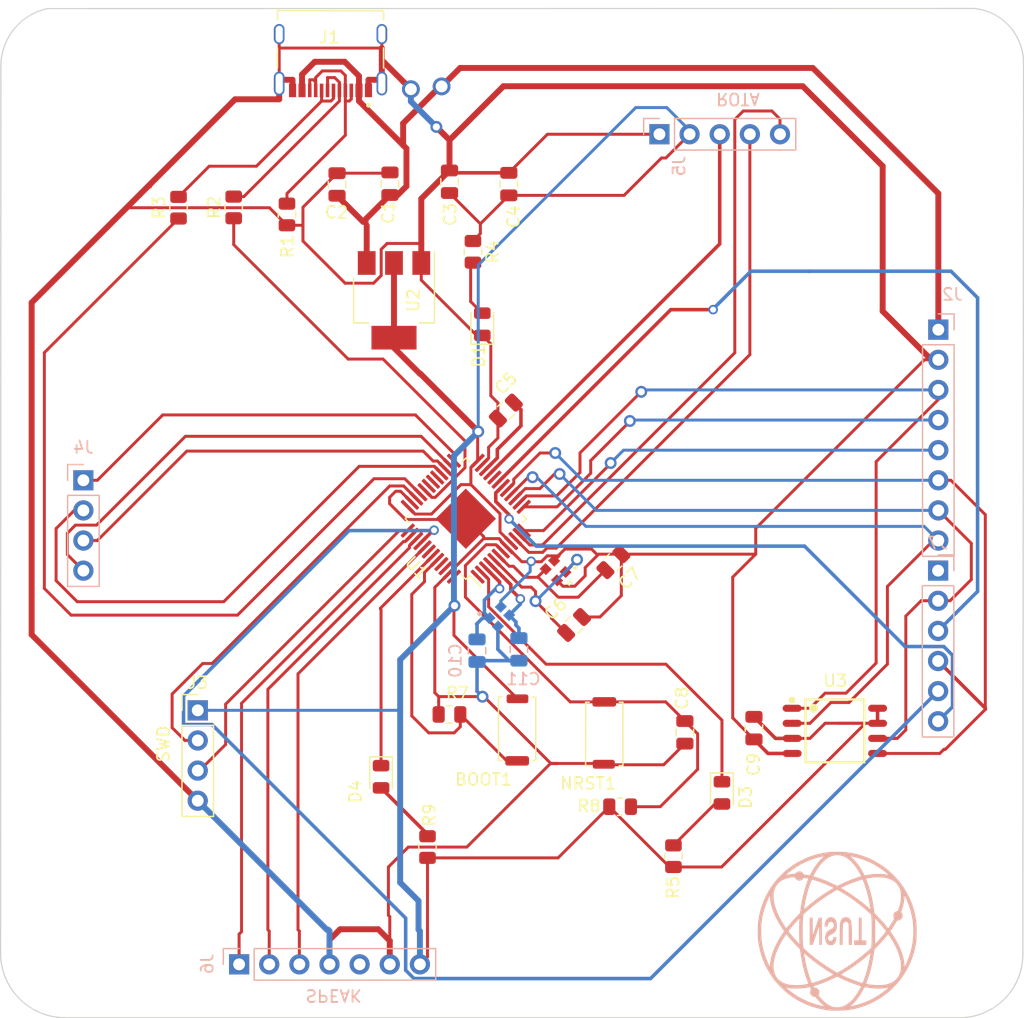
<source format=kicad_pcb>
(kicad_pcb (version 20221018) (generator pcbnew)
  (layers (0 "F.Cu" signal) (31 "B.Cu" signal) (34 "B.Paste" user) (35 "F.Paste" user) (36 "B.SilkS" user "B.Silkscreen") (37 "F.SilkS" user "F.Silkscreen") (38 "B.Mask" user) (39 "F.Mask" user) (44 "Edge.Cuts" user))
  (net 0 "")
  (net 1 "GND")
  (net 2 "+5V")
  (net 3 "/USB_DP")
  (net 4 "/USB_DN")
  (net 5 "/CC")
  (net 6 "/VBAT")
  (net 7 "Net-(U1-VCAP1)")
  (net 8 "Net-(U1-PH0)")
  (net 9 "Net-(U1-PH1)")
  (net 10 "/NRST")
  (net 11 "Net-(D1-A)")
  (net 12 "Net-(D3-A)")
  (net 13 "/BOOT0")
  (net 14 "/PA11")
  (net 15 "/PA12")
  (net 16 "/PC13")
  (net 17 "/PC14")
  (net 18 "/PC15")
  (net 19 "/PA0")
  (net 20 "/PA1")
  (net 21 "/PA2")
  (net 22 "/PA3")
  (net 23 "/PA4")
  (net 24 "/PA5")
  (net 25 "/PA6")
  (net 26 "+3.3V")
  (net 27 "/PA7")
  (net 28 "/PB0")
  (net 29 "/PB1")
  (net 30 "/PB2")
  (net 31 "/PB10")
  (net 32 "/PB12")
  (net 33 "/PB13")
  (net 34 "/PB14")
  (net 35 "/PB15")
  (net 36 "/PA8")
  (net 37 "/PA9")
  (net 38 "/PA10")
  (net 39 "/PA15")
  (net 40 "/PB3")
  (net 41 "/PB4")
  (net 42 "/PB5")
  (net 43 "/PB6")
  (net 44 "/PB7")
  (net 45 "/PB8")
  (net 46 "/PB9")
  (net 47 "/SWDIO")
  (net 48 "/SWCLK")
  (net 49 "Net-(D4-A)")
  (footprint "Package_TO_SOT_SMD:SOT-223-3_TabPin2" (layer "F.Cu") (at 135.4202 84.8238 -90)
    (fp_text reference "U2")
    (fp_text value "AMS1117-3.3" hide)
  )
  (footprint "Resistor_SMD:R_0805_2012Metric" (layer "F.Cu") (at 121.91 76.9909 90)
    (fp_text reference "R2")
    (fp_text value "1K")
  )
  (footprint "Connector_PinHeader_2.54mm:PinHeader_1x04_P2.54mm_Vertical" (layer "F.Cu") (at 118.88 119.4)
    (fp_text reference "J3")
    (fp_text value "Conn_01x04_Pin" hide)
  )
  (footprint "Resistor_SMD:R_0805_2012Metric" (layer "F.Cu") (at 142.075 80.7344 -90)
    (fp_text reference "R4")
    (fp_text value "1K")
  )
  (footprint "LED_SMD:LED_0805_2012Metric" (layer "F.Cu") (at 163.0628 126.3592 -90)
    (fp_text reference "D3")
    (fp_text value "LED")
  )
  (footprint "Capacitor_SMD:C_0805_2012Metric" (layer "F.Cu") (at 159.9386 121.2538 -90)
    (fp_text reference "C8")
    (fp_text value "1uF")
  )
  (footprint "W25Q32JVSSIQ:SOIC127P790X216-8N" (layer "F.Cu") (at 172.58 121.13)
    (fp_text reference "U3")
    (fp_text value "W25Q32JVSSIQ")
  )
  (footprint "MountingHole:MountingHole_2.2mm_M2" (layer "F.Cu") (at 183.08 139.98)
    (fp_text reference "H3" hide)
    (fp_text value "MountingHole" hide)
  )
  (footprint "Capacitor_SMD:C_0805_2012Metric" (layer "F.Cu") (at 165.76 120.9 -90)
    (fp_text reference "C9")
    (fp_text value "0.1uF")
  )
  (footprint "Capacitor_SMD:C_0805_2012Metric" (layer "F.Cu") (at 135.08 74.99 90)
    (fp_text reference "C1")
    (fp_text value "0.1uF")
  )
  (footprint "Button_Switch_SMD:SW_Push_SPST_NO_Alps_0306" (layer "F.Cu") (at 153.1441 120.7873 -90)
    (fp_text reference "NRST1")
    (fp_text value "SW_DIP_x01" hide)
  )
  (footprint "MountingHole:MountingHole_2.2mm_M2" (layer "F.Cu") (at 107.78 139.87)
    (fp_text reference "H4" hide)
    (fp_text value "MountingHole" hide)
  )
  (footprint "Capacitor_SMD:C_0805_2012Metric" (layer "F.Cu") (at 153.91 106.9 45)
    (fp_text reference "C7")
    (fp_text value "10pF")
  )
  (footprint "Resistor_SMD:R_0805_2012Metric" (layer "F.Cu") (at 126.4002 77.5838 -90)
    (fp_text reference "R1")
    (fp_text value "5.1K")
  )
  (footprint "Resistor_SMD:R_0805_2012Metric" (layer "F.Cu") (at 158.9734 131.6988 90)
    (fp_text reference "R5")
    (fp_text value "1K")
  )
  (footprint "XRCGB24M000F2P01R0 crystal:OSC_XRCGB24M000F2P01R0" (layer "F.Cu") (at 149.04 107.61 -135)
    (fp_text reference "Y1")
    (fp_text value "24MHz 10pF")
  )
  (footprint "Button_Switch_SMD:SW_Push_SPST_NO_Alps_0306" (layer "F.Cu") (at 145.8 121.56 90)
    (fp_text reference "BOOT1")
    (fp_text value "SW_DIP_x01" hide)
  )
  (footprint "Capacitor_SMD:C_0805_2012Metric" (layer "F.Cu") (at 140.1002 74.8238 90)
    (fp_text reference "C3")
    (fp_text value "10uF")
  )
  (footprint "Capacitor_SMD:C_0805_2012Metric" (layer "F.Cu") (at 130.6202 75.0538 90)
    (fp_text reference "C2")
    (fp_text value "10uF")
  )
  (footprint "LED_SMD:LED_0805_2012Metric" (layer "F.Cu") (at 134.33 125.0025 -90)
    (fp_text reference "D4")
    (fp_text value "LED")
  )
  (footprint "Resistor_SMD:R_0805_2012Metric" (layer "F.Cu") (at 138.2435 130.9289 90)
    (fp_text reference "R9")
    (fp_text value "1K")
  )
  (footprint "LED_SMD:LED_0805_2012Metric" (layer "F.Cu") (at 142.8624 86.8452 90)
    (fp_text reference "D1")
    (fp_text value "LED")
  )
  (footprint "MountingHole:MountingHole_2.2mm_M2" (layer "F.Cu") (at 183.92 64.89)
    (fp_text reference "H2" hide)
    (fp_text value "MountingHole" hide)
  )
  (footprint "TYPE-C-31-M-12:HRO_TYPE-C-31-M-12" (layer "F.Cu") (at 130.0702 62.3738 180)
    (fp_text reference "J1")
    (fp_text value "TYPE-C-31-M-12" hide)
  )
  (footprint "Package_QFP:LQFP-48-1EP_7x7mm_P0.5mm_EP3.6x3.6mm" (layer "F.Cu") (at 141.4721 103.2412 135)
    (fp_text reference "U1")
    (fp_text value "STM32F401CCUx" hide)
  )
  (footprint "Resistor_SMD:R_0805_2012Metric" (layer "F.Cu") (at 140.0977 119.7473)
    (fp_text reference "R7")
    (fp_text value "10K")
  )
  (footprint "Capacitor_SMD:C_0805_2012Metric" (layer "F.Cu") (at 144.85 94.12 -135)
    (fp_text reference "C5")
    (fp_text value "2.2uF")
  )
  (footprint "Capacitor_SMD:C_0805_2012Metric" (layer "F.Cu") (at 150.6 112.2 45)
    (fp_text reference "C6")
    (fp_text value "10pF")
  )
  (footprint "MountingHole:MountingHole_2.2mm_M2" (layer "F.Cu") (at 107.22 65.11)
    (fp_text reference "H1" hide)
    (fp_text value "MountingHole" hide)
  )
  (footprint "Resistor_SMD:R_0805_2012Metric" (layer "F.Cu") (at 117.2602 77.0138 90)
    (fp_text reference "R3")
    (fp_text value "1K")
  )
  (footprint "Capacitor_SMD:C_0805_2012Metric" (layer "F.Cu") (at 145.1002 75.0238 90)
    (fp_text reference "C4")
    (fp_text value "0.1uF")
  )
  (footprint "Resistor_SMD:R_0805_2012Metric" (layer "F.Cu") (at 154.4776 127.5276)
    (fp_text reference "R8")
    (fp_text value "10K")
  )
  (footprint "Connector_PinHeader_2.54mm:PinHeader_1x07_P2.54mm_Vertical" (layer "B.Cu") (at 122.365 140.82 -90)
    (fp_text reference "J6")
    (fp_text value "SPEAKER")
  )
  (footprint "XRCGB24M000F2P01R0 crystal:OSC_XRCGB24M000F2P01R0" (layer "B.Cu") (at 144.3 111.5 -45)
    (fp_text reference "Y2" hide)
    (fp_text value "32MHz 10pF")
  )
  (footprint "Capacitor_SMD:C_0805_2012Metric" (layer "B.Cu") (at 142.42 114.37 -90)
    (fp_text reference "C10")
    (fp_text value "10pF")
  )
  (footprint "Connector_PinHeader_2.54mm:PinHeader_1x06_P2.54mm_Vertical" (layer "B.Cu") (at 181.28 107.62 180)
    (fp_text reference "J7")
    (fp_text value "touch")
  )
  (footprint "LOGO" (layer "B.Cu") (at 172.8 138.04)
    (fp_text reference "G***" hide)
    (fp_text value "LOGO" hide)
  )
  (footprint "Connector_PinHeader_2.54mm:PinHeader_1x08_P2.54mm_Vertical" (layer "B.Cu") (at 181.3 87.3 180)
    (fp_text reference "J2")
    (fp_text value "TFT")
  )
  (footprint "Connector_PinHeader_2.54mm:PinHeader_1x05_P2.54mm_Vertical" (layer "B.Cu") (at 157.795 70.82 -90)
    (fp_text reference "J5")
    (fp_text value "ROTARY")
  )
  (footprint "Capacitor_SMD:C_0805_2012Metric" (layer "B.Cu") (at 145.95 114.26 -90)
    (fp_text reference "C11")
    (fp_text value "10pF")
  )
  (footprint "Connector_PinSocket_2.54mm:PinSocket_1x04_P2.54mm_Vertical" (layer "B.Cu") (at 109.24 100 180)
    (fp_text reference "J4")
    (fp_text value "SD")
  )
  (gr_line (start 188.479999 64.77) (end 188.421503 139.92054) (stroke (width 0.1)) (layer "Edge.Cuts"))
  (gr_arc (start 102.29 65.35) (mid 103.311481 62.060529) (end 106.224291 60.222166) (stroke (width 0.1)) (layer "Edge.Cuts"))
  (gr_arc (start 188.421503 139.92054) (mid 186.92711 143.686067) (end 183.22 145.319999) (stroke (width 0.1)) (layer "Edge.Cuts"))
  (gr_line (start 183.22 145.319999) (end 107.66 145.32) (stroke (width 0.1)) (layer "Edge.Cuts"))
  (gr_arc (start 107.66 145.32) (mid 103.895494 143.762884) (end 102.262144 140.030822) (stroke (width 0.1)) (layer "Edge.Cuts"))
  (gr_arc (start 184.331063 60.213017) (mid 187.278877 61.696365) (end 188.479999 64.77) (stroke (width 0.1)) (layer "Edge.Cuts"))
  (gr_line (start 106.224291 60.222166) (end 184.331063 60.213017) (stroke (width 0.1)) (layer "Edge.Cuts"))
  (gr_line (start 102.262144 140.030822) (end 102.29 65.35) (stroke (width 0.1)) (layer "Edge.Cuts"))
  (gr_text "SPEAK\n" (at 127.88 142.86 180) (layer "B.SilkS") (effects (font (size 1 1)) (justify left bottom mirror)))
  (gr_text "ROTA" (at 162.48 67.26 180) (layer "B.SilkS") (effects (font (size 1 1)) (justify left bottom mirror)))
  (gr_text "SWD\n" (at 116.57 123.87 90) (layer "F.SilkS") (effects (font (size 1 1)) (justify left bottom)))
  (segment (start 146.196914 106.87) (end 146.94 106.87) (width 0.25) (layer "F.Cu") (net 1))
  (segment (start 137.7202 80.02) (end 137.7202 81.6738) (width 0.5) (layer "F.Cu") (net 1))
  (segment (start 129.985 138.755) (end 130.88 137.86) (width 0.5) (layer "F.Cu") (net 1))
  (segment (start 131.3 83.38) (end 133.6944 83.38) (width 0.25) (layer "F.Cu") (net 1))
  (segment (start 152.5 106.2282) (end 152.0718 105.8) (width 0.25) (layer "F.Cu") (net 1))
  (segment (start 142.88 118.25) (end 142.87 118.24) (width 0.25) (layer "F.Cu") (net 1))
  (segment (start 134.3952 63.5507) (end 134.3952 64.57) (width 0.5) (layer "F.Cu") (net 1))
  (segment (start 135.05 101.44) (end 135.56 100.93) (width 0.25) (layer "F.Cu") (net 1))
  (segment (start 147.02 106.87) (end 147.835456 106.87) (width 0.25) (layer "F.Cu") (net 1))
  (segment (start 140.3002 74.0738) (end 140.1002 73.8738) (width 0.3) (layer "F.Cu") (net 1))
  (segment (start 144.281604 104.9193) (end 144.376354 105.01405) (width 0.25) (layer "F.Cu") (net 1))
  (segment (start 176.61 73.51) (end 176.61 85.74) (width 0.5) (layer "F.Cu") (net 1))
  (segment (start 130.88 137.86) (end 134.095 137.86) (width 0.5) (layer "F.Cu") (net 1))
  (segment (start 134.3952 64.57) (end 136.8452 67.02) (width 0.5) (layer "F.Cu") (net 1))
  (segment (start 143.393849 98.137451) (end 142.8244 98.7069) (width 0.25) (layer "F.Cu") (net 1))
  (segment (start 134.3433 82.7311) (end 134.3433 80.5258) (width 0.25) (layer "F.Cu") (net 1))
  (segment (start 127.7468 78.4963) (end 126.4002 78.4963) (width 0.25) (layer "F.Cu") (net 1))
  (segment (start 137.7202 76.2538) (end 137.7202 80.02) (width 0.5) (layer "F.Cu") (net 1))
  (segment (start 124.9177 77.0138) (end 112.8862 77.0138) (width 0.25) (layer "F.Cu") (net 1))
  (segment (start 158.1524 123.99) (end 159.9386 122.2038) (width 0.25) (layer "F.Cu") (net 1))
  (segment (start 122.0293 67.8707) (end 125.7452 67.8707) (width 0.5) (layer "F.Cu") (net 1))
  (segment (start 169.87 66.77) (end 176.61 73.51) (width 0.5) (layer "F.Cu") (net 1))
  (segment (start 138.99 70.2) (end 140.1002 71.3102) (width 0.5) (layer "F.Cu") (net 1))
  (segment (start 134.95 136.6784) (end 134.95 132.61) (width 0.25) (layer "F.Cu") (net 1))
  (segment (start 125.7452 63.5507) (end 134.3952 63.5507) (width 0.25) (layer "F.Cu") (net 1))
  (segment (start 138.86 117.9148) (end 139.1852 118.24) (width 0.25) (layer "F.Cu") (net 1))
  (segment (start 149.22 123.88) (end 148.64 123.88) (width 0.25) (layer "F.Cu") (net 1))
  (segment (start 133.2702 67.1238) (end 133.2702 66.2269) (width 0.5) (layer "F.Cu") (net 1))
  (segment (start 147.835456 106.87) (end 148.333156 106.3723) (width 0.25) (layer "F.Cu") (net 1))
  (segment (start 154.5818 106.2282) (end 154.5818 109.7307) (width 0.25) (layer "F.Cu") (net 1))
  (segment (start 168.98 123.035) (end 166.945 123.035) (width 0.3) (layer "F.Cu") (net 1))
  (segment (start 136.6311 130.9289) (end 141.5611 130.9289) (width 0.25) (layer "F.Cu") (net 1))
  (segment (start 148.9163 106.7791) (end 149.3231 106.3723) (width 0.25) (layer "F.Cu") (net 1))
  (segment (start 130.6202 74.1038) (end 135.0162 74.1038) (width 0.25) (layer "F.Cu") (net 1))
  (segment (start 164.51 120.6) (end 165.76 121.85) (width 0.25) (layer "F.Cu") (net 1))
  (segment (start 140.1002 73.8738) (end 137.7202 76.2538) (width 0.5) (layer "F.Cu") (net 1))
  (segment (start 134.7625 138.5275) (end 135.065 138.83) (width 0.5) (layer "F.Cu") (net 1))
  (segment (start 136.3878 103.3078) (end 135.05 101.97) (width 0.25) (layer "F.Cu") (net 1))
  (segment (start 142.8624 87.7827) (end 142.3827 87.7827) (width 0.25) (layer "F.Cu") (net 1))
  (segment (start 141.8369 103.606) (end 141.5387 103.3078) (width 0.25) (layer "F.Cu") (net 1))
  (segment (start 153.0375 123.88) (end 153.1475 123.99) (width 0.25) (layer "F.Cu") (net 1))
  (segment (start 149.1637 108.4409) (end 149.66 108.9372) (width 0.25) (layer "F.Cu") (net 1))
  (segment (start 142.8624 87.7827) (end 143.58 88.5003) (width 0.25) (layer "F.Cu") (net 1))
  (segment (start 163.97 120.04) (end 164.51 120.58) (width 0.25) (layer "F.Cu") (net 1))
  (segment (start 126.8702 67.1238) (end 126.8702 66.2269) (width 0.5) (layer "F.Cu") (net 1))
  (segment (start 152.6718 106.2282) (end 154.5818 106.2282) (width 0.25) (layer "F.Cu") (net 1))
  (segment (start 142.976 104.9193) (end 138.86 109.0353) (width 0.25) (layer "F.Cu") (net 1))
  (segment (start 166.945 123.035) (end 165.76 121.85) (width 0.3) (layer "F.Cu") (net 1))
  (segment (start 157.795 70.82) (end 148.354 70.82) (width 0.25) (layer "F.Cu") (net 1))
  (segment (start 137.7202 83.1202) (end 137.7202 81.6738) (width 0.25) (layer "F.Cu") (net 1))
  (segment (start 104.88 113.02) (end 118.88 127.02) (width 0.5) (layer "F.Cu") (net 1))
  (segment (start 134.095 137.86) (end 134.7625 138.5275) (width 0.5) (layer "F.Cu") (net 1))
  (segment (start 134.8391 80.03) (end 137.7102 80.03) (width 0.25) (layer "F.Cu") (net 1))
  (segment (start 125.7452 62.3738) (end 125.7452 63.5507) (width 0.25) (layer "F.Cu") (net 1))
  (segment (start 145.0698 74.0434) (end 145.1002 74.0738) (width 0.25) (layer "F.Cu") (net 1))
  (segment (start 153.1475 123.99) (end 158.1524 123.99) (width 0.25) (layer "F.Cu") (net 1))
  (segment (start 149.82 105.8) (end 149.3231 106.2969) (width 0.25) (layer "F.Cu") (net 1))
  (segment (start 165.9088 106.2282) (end 154.5818 106.2282) (width 0.25) (layer "F.Cu") (net 1))
  (segment (start 129.985 140.82) (end 129.985 138.755) (width 0.5) (layer "F.Cu") (net 1))
  (segment (start 143.58 88.5003) (end 143.58 92.87) (width 0.25) (layer "F.Cu") (net 1))
  (segment (start 134.95 132.61) (end 136.6311 130.9289) (width 0.25) (layer "F.Cu") (net 1))
  (segment (start 144.376354 105.04944) (end 146.196914 106.87) (width 0.25) (layer "F.Cu") (net 1))
  (segment (start 154.5818 109.7307) (end 152.784251 111.528249) (width 0.25) (layer "F.Cu") (net 1))
  (segment (start 141.8369 103.606) (end 142.9313 104.7004) (width 0.25) (layer "F.Cu") (net 1))
  (segment (start 148.64 123.88) (end 143 118.24) (width 0.25) (layer "F.Cu") (net 1))
  (segment (start 142.9313 104.7004) (end 142.976 104.7451) (width 0.25) (layer "F.Cu") (net 1))
  (segment (start 152.784251 111.528249) (end 151.271751 111.528249) (width 0.25) (layer "F.Cu") (net 1))
  (segment (start 176.61 85.74) (end 180.71 89.84) (width 0.5) (layer "F.Cu") (net 1))
  (segment (start 136.2624 66.4372) (end 136.2624 66.4324) (width 0.5) (layer "F.Cu") (net 1))
  (segment (start 139.1852 118.24) (end 139.1852 118.6884) (width 0.25) (layer "F.Cu") (net 1))
  (segment (start 163.97 108.167) (end 163.97 120.04) (width 0.25) (layer "F.Cu") (net 1))
  (segment (start 143.58 92.87) (end 144.178249 93.468249) (width 0.25) (layer "F.Cu") (net 1))
  (segment (start 127.7468 76.9772) (end 127.7468 78.4963) (width 0.25) (layer "F.Cu") (net 1))
  (segment (start 136.8452 67.02) (end 136.2624 66.4372) (width 0.5) (layer "F.Cu") (net 1))
  (segment (start 140.1002 74.0434) (end 140.1002 73.8738) (width 0.25) (layer "F.Cu") (net 1))
  (segment (start 135.0162 74.1038) (end 135.08 74.04) (width 0.25) (layer "F.Cu") (net 1))
  (segment (start 133.6944 83.38) (end 134.3433 82.7311) (width 0.25) (layer "F.Cu") (net 1))
  (segment (start 138.99 70.2) (end 139.69 70.9) (width 0.5) (layer "F.Cu") (net 1))
  (segment (start 146.94 106.87) (end 146.98 106.83) (width 0.25) (layer "F.Cu") (net 1))
  (segment (start 141.4721 103.2412) (end 141.5387 103.3078) (width 0.25) (layer "F.Cu") (net 1))
  (segment (start 148.61 123.88) (end 153.0375 123.88) (width 0.25) (layer "F.Cu") (net 1))
  (segment (start 114.88255 75.01745) (end 112.785 77.115) (width 0.5) (layer "F.Cu") (net 1))
  (segment (start 142.89 118.24) (end 142.88 118.25) (width 0.25) (layer "F.Cu") (net 1))
  (segment (start 164.51 120.58) (end 164.51 120.6) (width 0.25) (layer "F.Cu") (net 1))
  (segment (start 148.354 70.82) (end 145.1002 74.0738) (width 0.25) (layer "F.Cu") (net 1))
  (segment (start 140.1002 71.3102) (end 140.1002 73.8738) (width 0.5) (layer "F.Cu") (net 1))
  (segment (start 165.9088 106.2282) (end 163.97 108.167) (width 0.25) (layer "F.Cu") (net 1))
  (segment (start 134.95 136.6784) (end 135.065 136.7934) (width 0.25) (layer "F.Cu") (net 1))
  (segment (start 150.6528 108.9372) (end 151.5369 108.0531) (width 0.25) (layer "F.Cu") (net 1))
  (segment (start 142.87 118.24) (end 139.1852 118.24) (width 0.25) (layer "F.Cu") (net 1))
  (segment (start 127.7468 79.8268) (end 131.3 83.38) (width 0.25) (layer "F.Cu") (net 1))
  (segment (start 112.785 77.115) (end 104.88 85.02) (width 0.5) (layer "F.Cu") (net 1))
  (segment (start 125.7452 66.2269) (end 126.8702 66.2269) (width 0.5) (layer "F.Cu") (net 1))
  (segment (start 125.7452 67.8707) (end 125.7452 66.5438) (width 0.5) (layer "F.Cu") (net 1))
  (segment (start 126.4002 78.4963) (end 124.9177 77.0138) (width 0.25) (layer "F.Cu") (net 1))
  (segment (start 139.1852 118.6884) (end 139.1852 119.7473) (width 0.25) (layer "F.Cu") (net 1))
  (segment (start 152.0718 105.8) (end 149.82 105.8) (width 0.25) (layer "F.Cu") (net 1))
  (segment (start 151.5369 108.0531) (end 151.5369 107.3631) (width 0.25) (layer "F.Cu") (net 1))
  (segment (start 125.7452 63.5507) (end 125.7452 66.2269) (width 0.25) (layer "F.Cu") (net 1))
  (segment (start 180.71 89.84) (end 181.3 89.84) (width 0.5) (layer "F.Cu") (net 1))
  (segment (start 142.976 104.9193) (end 144.281604 104.9193) (width 0.25) (layer "F.Cu") (net 1))
  (segment (start 149.66 108.9372) (end 150.6528 108.9372) (width 0.25) (layer "F.Cu") (net 1))
  (segment (start 180.1231 89.84) (end 165.9088 104.0543) (width 0.25) (layer "F.Cu") (net 1))
  (segment (start 127.7468 78.4963) (end 127.7468 79.8268) (width 0.25) (layer "F.Cu") (net 1))
  (segment (start 134.3952 66.2269) (end 134.3952 66.5438) (width 0.25) (layer "F.Cu") (net 1))
  (segment (start 112.8862 77.0138) (end 112.785 77.115) (width 0.25) (layer "F.Cu") (net 1))
  (segment (start 135.065 136.7934) (end 135.065 138.83) (width 0.25) (layer "F.Cu") (net 1))
  (segment (start 144.178249 93.468249) (end 144.178249 96.431751) (width 0.25) (layer "F.Cu") (net 1))
  (segment (start 144.178249 96.431751) (end 143.393849 97.216151) (width 0.25) (layer "F.Cu") (net 1))
  (segment (start 143.393849 97.216151) (end 143.393849 98.137451) (width 0.25) (layer "F.Cu") (net 1))
  (segment (start 114.88255 75.01745) (end 114.88255 75.26305) (width 0.25) (layer "F.Cu") (net 1))
  (segment (start 135.9789 100.93) (end 136.9378 101.8889) (width 0.25) (layer "F.Cu") (net 1))
  (segment (start 138.86 109.0353) (end 138.86 117.9148) (width 0.25) (layer "F.Cu") (net 1))
  (segment (start 135.56 100.93) (end 135.9789 100.93) (width 0.25) (layer "F.Cu") (net 1))
  (segment (start 134.3433 80.5258) (end 134.8391 80.03) (width 0.25) (layer "F.Cu") (net 1))
  (segment (start 135.05 101.97) (end 135.05 101.44) (width 0.25) (layer "F.Cu") (net 1))
  (segment (start 148.333156 106.3723) (end 149.3231 106.3723) (width 0.25) (layer "F.Cu") (net 1))
  (segment (start 134.3952 62.3738) (end 134.3952 63.5507) (width 0.25) (layer "F.Cu") (net 1))
  (segment (start 141.5387 103.3078) (end 136.3878 103.3078) (width 0.25) (layer "F.Cu") (net 1))
  (segment (start 165.9088 104.0543) (end 165.9088 106.2282) (width 0.25) (layer "F.Cu") (net 1))
  (segment (start 114.88255 75.01745) (end 122.0293 67.8707) (width 0.5) (layer "F.Cu") (net 1))
  (segment (start 149.3231 106.2969) (end 149.3231 106.3723) (width 0.25) (layer "F.Cu") (net 1))
  (segment (start 142.3827 87.7827) (end 137.7202 83.1202) (width 0.25) (layer "F.Cu") (net 1))
  (segment (start 151.5369 107.3631) (end 152.6718 106.2282) (width 0.25) (layer "F.Cu") (net 1))
  (segment (start 104.88 85.02) (end 104.88 113.02) (width 0.5) (layer "F.Cu") (net 1))
  (segment (start 146.98 106.83) (end 147.02 106.87) (width 0.25) (layer "F.Cu") (net 1))
  (segment (start 140.1002 71.3102) (end 144.6404 66.77) (width 0.5) (layer "F.Cu") (net 1))
  (segment (start 129.985 140.82) (end 130.31 140.495) (width 0.5) (layer "F.Cu") (net 1))
  (segment (start 142.976 104.7451) (end 142.976 104.9193) (width 0.25) (layer "F.Cu") (net 1))
  (segment (start 134.3952 66.2269) (end 133.2702 66.2269) (width 0.5) (layer "F.Cu") (net 1))
  (segment (start 181.3 89.84) (end 180.1231 89.84) (width 0.25) (layer "F.Cu") (net 1))
  (segment (start 137.7102 80.03) (end 137.7202 80.02) (width 0.25) (layer "F.Cu") (net 1))
  (segment (start 135.065 138.83) (end 135.065 140.82) (width 0.5) (layer "F.Cu") (net 1))
  (segment (start 145.1002 74.0738) (end 140.3002 74.0738) (width 0.3) (layer "F.Cu") (net 1))
  (segment (start 144.376354 105.01405) (end 144.376354 105.04944) (width 0.25) (layer "F.Cu") (net 1))
  (segment (start 144.6404 66.77) (end 169.87 66.77) (width 0.5) (layer "F.Cu") (net 1))
  (segment (start 130.6202 74.1038) (end 127.7468 76.9772) (width 0.25) (layer "F.Cu") (net 1))
  (segment (start 143 118.24) (end 142.89 118.24) (width 0.25) (layer "F.Cu") (net 1))
  (segment (start 125.7452 66.2269) (end 125.7452 66.5438) (width 0.25) (layer "F.Cu") (net 1))
  (segment (start 136.8452 67.02) (end 136.85 67.02) (width 0.3) (layer "F.Cu") (net 1))
  (segment (start 141.5611 130.9289) (end 148.61 123.88) (width 0.25) (layer "F.Cu") (net 1))
  (segment (start 134.3952 64.57) (end 134.3952 66.2269) (width 0.5) (layer "F.Cu") (net 1))
  (via (at 146.98 106.83) (size 0.8) (drill 0.5) (layers "F.Cu" "B.Cu") (net 1))
  (via (at 136.8452 67.02) (size 1.5) (drill 1) (layers "F.Cu" "B.Cu") (net 1))
  (via (at 138.99 70.2) (size 1) (drill 0.6) (layers "F.Cu" "B.Cu") (net 1))
  (via (at 142.88 118.25) (size 1) (drill 0.6) (layers "F.Cu" "B.Cu") (net 1))
  (segment (start 129.87 137.9) (end 129.985 138.015) (width 0.5) (layer "B.Cu") (net 1))
  (segment (start 144.423744 110.174176) (end 146.9 107.69792) (width 0.25) (layer "B.Cu") (net 1))
  (segment (start 144.176256 114.256256) (end 145.13 115.21) (width 0.3) (layer "B.Cu") (net 1))
  (segment (start 118.88 127.02) (end 129.76 137.9) (width 0.5) (layer "B.Cu") (net 1))
  (segment (start 142.42 117.79) (end 142.88 118.25) (width 0.3) (layer "B.Cu") (net 1))
  (segment (start 145.95 115.21) (end 142.53 115.21) (width 0.3) (layer "B.Cu") (net 1))
  (segment (start 144.176256 112.33085) (end 144.176256 114.256256) (width 0.3) (layer "B.Cu") (net 1))
  (segment (start 142.42 115.32) (end 142.42 117.79) (width 0.3) (layer "B.Cu") (net 1))
  (segment (start 129.985 138.015) (end 129.985 140.82) (width 0.5) (layer "B.Cu") (net 1))
  (segment (start 129.76 137.9) (end 129.87 137.9) (width 0.5) (layer "B.Cu") (net 1))
  (segment (start 136.8452 68.0552) (end 136.8452 67.02) (width 0.5) (layer "B.Cu") (net 1))
  (segment (start 146.9 107.69792) (end 146.9 106.64) (width 0.25) (layer "B.Cu") (net 1))
  (segment (start 144.423744 110.66915) (end 144.423744 110.174176) (width 0.25) (layer "B.Cu") (net 1))
  (segment (start 142.53 115.21) (end 142.42 115.32) (width 0.3) (layer "B.Cu") (net 1))
  (segment (start 138.99 70.2) (end 136.8452 68.0552) (width 0.5) (layer "B.Cu") (net 1))
  (segment (start 145.13 115.21) (end 145.95 115.21) (width 0.3) (layer "B.Cu") (net 1))
  (segment (start 135.08 75.94) (end 133.125 77.895) (width 0.5) (layer "F.Cu") (net 2))
  (segment (start 133.1202 78.5038) (end 133.125 78.499) (width 0.3) (layer "F.Cu") (net 2))
  (segment (start 132.4702 66.6753) (end 132.4702 67.1238) (width 0.25) (layer "F.Cu") (net 2))
  (segment (start 170.72 65.23) (end 181.3 75.81) (width 0.5) (layer "F.Cu") (net 2))
  (segment (start 128.74 64.71) (end 131.27 64.71) (width 0.5) (layer "F.Cu") (net 2))
  (segment (start 135.73 75.94) (end 135.08 75.94) (width 0.5) (layer "F.Cu") (net 2))
  (segment (start 140.99 65.23) (end 170.72 65.23) (width 0.5) (layer "F.Cu") (net 2))
  (segment (start 133.1202 78.5038) (end 133.1202 81.6738) (width 0.5) (layer "F.Cu") (net 2))
  (segment (start 132.4702 67.1238) (end 132.4702 68.0207) (width 0.5) (layer "F.Cu") (net 2))
  (segment (start 139.435 66.785) (end 140.99 65.23) (width 0.5) (layer "F.Cu") (net 2))
  (segment (start 139.305 66.785) (end 136.19 69.9) (width 0.5) (layer "F.Cu") (net 2))
  (segment (start 139.435 66.785) (end 139.305 66.785) (width 0.5) (layer "F.Cu") (net 2))
  (segment (start 133.125 77.895) (end 132.8182 78.2018) (width 0.5) (layer "F.Cu") (net 2))
  (segment (start 136.19 69.9) (end 136.19 71.7405) (width 0.5) (layer "F.Cu") (net 2))
  (segment (start 136.2405 71.791) (end 136.47 72.0205) (width 0.5) (layer "F.Cu") (net 2))
  (segment (start 136.47 75.2) (end 135.73 75.94) (width 0.5) (layer "F.Cu") (net 2))
  (segment (start 133.125 78.499) (end 133.125 77.895) (width 0.3) (layer "F.Cu") (net 2))
  (segment (start 132.4702 65.9102) (end 132.4702 66.6753) (width 0.5) (layer "F.Cu") (net 2))
  (segment (start 136.2405 71.791) (end 132.4702 68.0207) (width 0.5) (layer "F.Cu") (net 2))
  (segment (start 127.6702 67.1238) (end 127.6702 65.7798) (width 0.5) (layer "F.Cu") (net 2))
  (segment (start 136.19 71.7405) (end 136.2405 71.791) (width 0.5) (layer "F.Cu") (net 2))
  (segment (start 133.1202 78.5038) (end 132.8182 78.2018) (width 0.3) (layer "F.Cu") (net 2))
  (segment (start 131.27 64.71) (end 132.4702 65.9102) (width 0.5) (layer "F.Cu") (net 2))
  (segment (start 130.6202 76.0038) (end 132.8182 78.2018) (width 0.5) (layer "F.Cu") (net 2))
  (segment (start 136.47 72.0205) (end 136.47 75.2) (width 0.5) (layer "F.Cu") (net 2))
  (segment (start 181.3 75.81) (end 181.3 87.3) (width 0.5) (layer "F.Cu") (net 2))
  (segment (start 127.6702 65.7798) (end 128.74 64.71) (width 0.5) (layer "F.Cu") (net 2))
  (via (at 139.435 66.785) (size 1.5) (drill 1) (layers "F.Cu" "B.Cu") (net 2))
  (segment (start 130.1056 68.0207) (end 130.3202 67.8061) (width 0.25) (layer "F.Cu") (net 3))
  (segment (start 123.8235 73.5157) (end 119.8458 73.5157) (width 0.25) (layer "F.Cu") (net 3))
  (segment (start 129.3202 68.019) (end 123.8235 73.5157) (width 0.25) (layer "F.Cu") (net 3))
  (segment (start 129.3202 68.019) (end 129.3219 68.0207) (width 0.25) (layer "F.Cu") (net 3))
  (segment (start 129.3219 68.0207) (end 130.1056 68.0207) (width 0.25) (layer "F.Cu") (net 3))
  (segment (start 130.3202 67.8061) (end 130.3202 67.1238) (width 0.25) (layer "F.Cu") (net 3))
  (segment (start 129.3202 67.1238) (end 129.3202 67.9073) (width 0.25) (layer "F.Cu") (net 3))
  (segment (start 119.8458 73.5157) (end 117.2602 76.1013) (width 0.25) (layer "F.Cu") (net 3))
  (segment (start 129.3202 67.9073) (end 129.3202 68.019) (width 0.25) (layer "F.Cu") (net 3))
  (segment (start 122.7625 76.0784) (end 130.8202 68.0207) (width 0.25) (layer "F.Cu") (net 4))
  (segment (start 130.4187 66.04) (end 130.8202 66.4415) (width 0.25) (layer "F.Cu") (net 4))
  (segment (start 130.8202 67.1238) (end 130.8202 68.0207) (width 0.25) (layer "F.Cu") (net 4))
  (segment (start 121.91 76.0784) (end 122.7625 76.0784) (width 0.25) (layer "F.Cu") (net 4))
  (segment (start 130.8202 66.4415) (end 130.8202 67.1238) (width 0.25) (layer "F.Cu") (net 4))
  (segment (start 129.8202 67.1238) (end 129.8202 66.04) (width 0.25) (layer "F.Cu") (net 4))
  (segment (start 129.8202 66.04) (end 130.4187 66.04) (width 0.25) (layer "F.Cu") (net 4))
  (segment (start 131.3202 65.8602) (end 131.3202 67.1238) (width 0.25) (layer "F.Cu") (net 5))
  (segment (start 128.8202 66.6753) (end 128.8202 66.4231) (width 0.25) (layer "F.Cu") (net 5))
  (segment (start 128.8202 66.4231) (end 128.8202 66.0398) (width 0.25) (layer "F.Cu") (net 5))
  (segment (start 131.8202 67.8548) (end 131.6543 68.0207) (width 0.25) (layer "F.Cu") (net 5))
  (segment (start 126.4002 75.8198) (end 131.3202 70.8998) (width 0.25) (layer "F.Cu") (net 5))
  (segment (start 126.4002 76.6713) (end 126.4002 75.8198) (width 0.25) (layer "F.Cu") (net 5))
  (segment (start 131.3202 70.8998) (end 131.3202 68.0207) (width 0.25) (layer "F.Cu") (net 5))
  (segment (start 128.3202 67.1238) (end 128.3202 66.2269) (width 0.25) (layer "F.Cu") (net 5))
  (segment (start 128.8202 66.4231) (end 128.624 66.2269) (width 0.25) (layer "F.Cu") (net 5))
  (segment (start 131.8202 67.1238) (end 131.8202 67.8548) (width 0.25) (layer "F.Cu") (net 5))
  (segment (start 131.6543 68.0207) (end 131.3202 68.0207) (width 0.25) (layer "F.Cu") (net 5))
  (segment (start 130.94 65.48) (end 131.3202 65.8602) (width 0.25) (layer "F.Cu") (net 5))
  (segment (start 128.624 66.2269) (end 128.3202 66.2269) (width 0.25) (layer "F.Cu") (net 5))
  (segment (start 131.3202 67.1238) (end 131.3202 68.0207) (width 0.25) (layer "F.Cu") (net 5))
  (segment (start 129.38 65.48) (end 130.94 65.48) (width 0.25) (layer "F.Cu") (net 5))
  (segment (start 128.8202 66.0398) (end 129.38 65.48) (width 0.25) (layer "F.Cu") (net 5))
  (segment (start 128.8202 67.1238) (end 128.8202 66.6753) (width 0.25) (layer "F.Cu") (net 5))
  (segment (start 144.13 97.4) (end 146.12 95.41) (width 0.3) (layer "F.Cu") (net 7))
  (segment (start 143.177995 99.060431) (end 144.13 98.108426) (width 0.3) (layer "F.Cu") (net 7))
  (segment (start 146.12 94.046498) (end 145.521751 93.448249) (width 0.3) (layer "F.Cu") (net 7))
  (segment (start 146.12 95.41) (end 146.12 94.046498) (width 0.3) (layer "F.Cu") (net 7))
  (segment (start 144.13 98.108426) (end 144.13 97.4) (width 0.3) (layer "F.Cu") (net 7))
  (segment (start 150.3495 107.2551) (end 149.8709 107.7337) (width 0.25) (layer "F.Cu") (net 8))
  (segment (start 146.98 109.01) (end 146.1802 109.01) (width 0.25) (layer "F.Cu") (net 8))
  (segment (start 147.35 110.19) (end 147.35 109.38) (width 0.25) (layer "F.Cu") (net 8))
  (segment (start 147.35 110.19) (end 148.6882 111.5282) (width 0.25) (layer "F.Cu") (net 8))
  (segment (start 150.3495 107.1905) (end 150.3495 107.2551) (width 0.25) (layer "F.Cu") (net 8))
  (segment (start 148.6882 111.5282) (end 148.6882 111.631702) (width 0.25) (layer "F.Cu") (net 8))
  (segment (start 150.85 106.69) (end 150.3495 107.1905) (width 0.25) (layer "F.Cu") (net 8))
  (segment (start 146.1802 109.01) (end 143.8851 106.7149) (width 0.25) (layer "F.Cu") (net 8))
  (segment (start 147.35 109.38) (end 146.98 109.01) (width 0.25) (layer "F.Cu") (net 8))
  (segment (start 148.6882 111.631702) (end 149.928249 112.871751) (width 0.25) (layer "F.Cu") (net 8))
  (via (at 150.85 106.69) (size 1) (drill 0.6) (layers "F.Cu" "B.Cu") (net 8))
  (via (at 147.35 110.19) (size 1) (drill 0.6) (layers "F.Cu" "B.Cu") (net 8))
  (segment (start 150.85 106.7073) (end 147.3673 110.19) (width 0.25) (layer "B.Cu") (net 8))
  (segment (start 147.3673 110.19) (end 147.35 110.19) (width 0.25) (layer "B.Cu") (net 8))
  (segment (start 150.85 106.69) (end 150.85 106.7073) (width 0.25) (layer "B.Cu") (net 8))
  (segment (start 144.2387 106.3613) (end 145.1274 107.25) (width 0.25) (layer "F.Cu") (net 9))
  (segment (start 145.1274 107.25) (end 145.48 107.25) (width 0.25) (layer "F.Cu") (net 9))
  (segment (start 147.58 108.115406) (end 148.20915 107.486256) (width 0.25) (layer "F.Cu") (net 9))
  (segment (start 147.58 108.18) (end 147.58 108.115406) (width 0.25) (layer "F.Cu") (net 9))
  (segment (start 149.26 109.86) (end 150.95 109.86) (width 0.25) (layer "F.Cu") (net 9))
  (segment (start 145.48 107.25) (end 146.41 108.18) (width 0.25) (layer "F.Cu") (net 9))
  (segment (start 150.95 109.86) (end 153.2382 107.5718) (width 0.25) (layer "F.Cu") (net 9))
  (segment (start 146.41 108.18) (end 147.58 108.18) (width 0.25) (layer "F.Cu") (net 9))
  (segment (start 147.58 108.18) (end 149.26 109.86) (width 0.25) (layer "F.Cu") (net 9))
  (segment (start 143.1935 105.4365) (end 141.44 107.19) (width 0.25) (layer "F.Cu") (net 10))
  (segment (start 157.8624 127.5276) (end 161.0122 124.3778) (width 0.25) (layer "F.Cu") (net 10))
  (segment (start 159.9386 120.3038) (end 158.3221 118.6873) (width 0.25) (layer "F.Cu") (net 10))
  (segment (start 161.0122 124.3778) (end 161.0122 121.3774) (width 0.25) (layer "F.Cu") (net 10))
  (segment (start 141.44 109.85) (end 150.2773 118.6873) (width 0.25) (layer "F.Cu") (net 10))
  (segment (start 141.44 107.19) (end 141.44 109.85) (width 0.25) (layer "F.Cu") (net 10))
  (segment (start 158.3221 118.6873) (end 153.1441 118.6873) (width 0.25) (layer "F.Cu") (net 10))
  (segment (start 144.5922 106.0078) (end 144.0209 105.4365) (width 0.25) (layer "F.Cu") (net 10))
  (segment (start 155.3901 127.5276) (end 157.8624 127.5276) (width 0.25) (layer "F.Cu") (net 10))
  (segment (start 161.0122 121.3774) (end 159.9386 120.3038) (width 0.25) (layer "F.Cu") (net 10))
  (segment (start 144.0209 105.4365) (end 143.1935 105.4365) (width 0.25) (layer "F.Cu") (net 10))
  (segment (start 150.2773 118.6873) (end 153.1441 118.6873) (width 0.25) (layer "F.Cu") (net 10))
  (segment (start 141.88 84.9253) (end 141.88 81.8419) (width 0.25) (layer "F.Cu") (net 11))
  (segment (start 141.88 81.8419) (end 142.075 81.6469) (width 0.25) (layer "F.Cu") (net 11))
  (segment (start 142.8624 85.9077) (end 141.88 84.9253) (width 0.25) (layer "F.Cu") (net 11))
  (segment (start 162.463 127.2967) (end 158.9734 130.7863) (width 0.25) (layer "F.Cu") (net 12))
  (segment (start 163.0628 127.2967) (end 162.463 127.2967) (width 0.25) (layer "F.Cu") (net 12))
  (segment (start 144.9229 123.66) (end 141.0102 119.7473) (width 0.25) (layer "F.Cu") (net 13))
  (segment (start 136.92 109.62) (end 137.99 108.55) (width 0.25) (layer "F.Cu") (net 13))
  (segment (start 137.99 107.784) (end 139.0591 106.7149) (width 0.25) (layer "F.Cu") (net 13))
  (segment (start 138.35 121.3) (end 136.92 119.87) (width 0.25) (layer "F.Cu") (net 13))
  (segment (start 136.92 119.87) (end 136.92 109.62) (width 0.25) (layer "F.Cu") (net 13))
  (segment (start 141.0102 119.7473) (end 141.0102 120.7798) (width 0.25) (layer "F.Cu") (net 13))
  (segment (start 145.8 123.66) (end 144.9229 123.66) (width 0.25) (layer "F.Cu") (net 13))
  (segment (start 140.49 121.3) (end 138.35 121.3) (width 0.25) (layer "F.Cu") (net 13))
  (segment (start 137.99 108.55) (end 137.99 107.784) (width 0.25) (layer "F.Cu") (net 13))
  (segment (start 141.0102 120.7798) (end 140.49 121.3) (width 0.25) (layer "F.Cu") (net 13))
  (segment (start 138.6146 101.4444) (end 137.9984 100.8282) (width 0.25) (layer "F.Cu") (net 14))
  (segment (start 121.91 80.13) (end 131.56 89.78) (width 0.25) (layer "F.Cu") (net 14))
  (segment (start 134.5 89.78) (end 141.4045 96.6845) (width 0.25) (layer "F.Cu") (net 14))
  (segment (start 141.4045 96.6845) (end 141.4045 98.9354) (width 0.25) (layer "F.Cu") (net 14))
  (segment (start 141.4045 98.9354) (end 138.8955 101.4444) (width 0.25) (layer "F.Cu") (net 14))
  (segment (start 138.8955 101.4444) (end 138.6146 101.4444) (width 0.25) (layer "F.Cu") (net 14))
  (segment (start 131.56 89.78) (end 134.5 89.78) (width 0.25) (layer "F.Cu") (net 14))
  (segment (start 121.91 77.9034) (end 121.91 80.13) (width 0.25) (layer "F.Cu") (net 14))
  (segment (start 122.23 111.37) (end 108.2 111.37) (width 0.25) (layer "F.Cu") (net 15))
  (segment (start 105.95 109.12) (end 105.95 89.2365) (width 0.25) (layer "F.Cu") (net 15))
  (segment (start 137.6449 101.1818) (end 136.3331 99.87) (width 0.25) (layer "F.Cu") (net 15))
  (segment (start 105.95 89.2365) (end 117.2602 77.9263) (width 0.25) (layer "F.Cu") (net 15))
  (segment (start 108.2 111.37) (end 105.95 109.12) (width 0.25) (layer "F.Cu") (net 15))
  (segment (start 133.73 99.87) (end 122.23 111.37) (width 0.25) (layer "F.Cu") (net 15))
  (segment (start 136.3331 99.87) (end 133.73 99.87) (width 0.25) (layer "F.Cu") (net 15))
  (segment (start 143.393849 110.663849) (end 143.393849 108.344949) (width 0.25) (layer "F.Cu") (net 16))
  (segment (start 148.2378 115.5078) (end 143.393849 110.663849) (width 0.25) (layer "F.Cu") (net 16))
  (segment (start 158.3378 115.5078) (end 148.2378 115.5078) (width 0.25) (layer "F.Cu") (net 16))
  (segment (start 143.393849 108.344949) (end 142.8244 107.7755) (width 0.25) (layer "F.Cu") (net 16))
  (segment (start 163.0628 125.4217) (end 163.0628 120.2328) (width 0.25) (layer "F.Cu") (net 16))
  (segment (start 163.0628 120.2328) (end 158.3378 115.5078) (width 0.25) (layer "F.Cu") (net 16))
  (segment (start 144.32 108.563974) (end 143.177995 107.421969) (width 0.3) (layer "F.Cu") (net 17))
  (segment (start 144.32 109.14) (end 144.32 108.563974) (width 0.3) (layer "F.Cu") (net 17))
  (segment (start 144.32 109.14) (end 144.32 109.21) (width 0.3) (layer "F.Cu") (net 17))
  (segment (start 144.32 109.21) (end 144.29 109.24) (width 0.3) (layer "F.Cu") (net 17))
  (via (at 144.32 109.14) (size 0.8) (drill 0.5) (layers "F.Cu" "B.Cu") (net 17))
  (segment (start 142.886256 111.623744) (end 142.39 112.12) (width 0.3) (layer "B.Cu") (net 17))
  (segment (start 142.42 112.15) (end 142.42 113.42) (width 0.3) (layer "B.Cu") (net 17))
  (segment (start 143.04 111.194594) (end 143.46915 111.623744) (width 0.3) (layer "B.Cu") (net 17))
  (segment (start 143.04 110.1) (end 143.04 111.194594) (width 0.3) (layer "B.Cu") (net 17))
  (segment (start 142.39 112.12) (end 142.42 112.15) (width 0.3) (layer "B.Cu") (net 17))
  (segment (start 144.38 109.08) (end 144.32 109.14) (width 0.3) (layer "B.Cu") (net 17))
  (segment (start 144 109.14) (end 143.04 110.1) (width 0.3) (layer "B.Cu") (net 17))
  (segment (start 144.32 109.14) (end 144 109.14) (width 0.3) (layer "B.Cu") (net 17))
  (segment (start 143.46915 111.623744) (end 142.886256 111.623744) (width 0.3) (layer "B.Cu") (net 17))
  (segment (start 145.27 108.806866) (end 143.531549 107.068415) (width 0.3) (layer "F.Cu") (net 18))
  (segment (start 146.07 110) (end 145.27 109.2) (width 0.3) (layer "F.Cu") (net 18))
  (segment (start 145.27 109.2) (end 145.27 108.806866) (width 0.3) (layer "F.Cu") (net 18))
  (via (at 146.07 110) (size 0.8) (drill 0.5) (layers "F.Cu" "B.Cu") (net 18))
  (segment (start 145.7 111.945406) (end 145.7 112.22) (width 0.3) (layer "B.Cu") (net 18))
  (segment (start 146.07 110.437106) (end 145.13085 111.376256) (width 0.3) (layer "B.Cu") (net 18))
  (segment (start 146.07 109.86) (end 146.02 109.81) (width 0.3) (layer "B.Cu") (net 18))
  (segment (start 146.07 109.917716) (end 146.07 110) (width 0.3) (layer "B.Cu") (net 18))
  (segment (start 145.7 112.22) (end 145.95 112.47) (width 0.3) (layer "B.Cu") (net 18))
  (segment (start 146.07 110) (end 146.07 110.437106) (width 0.3) (layer "B.Cu") (net 18))
  (segment (start 145.95 112.47) (end 145.95 113.31) (width 0.3) (layer "B.Cu") (net 18))
  (segment (start 146.07 110) (end 146.07 109.86) (width 0.3) (layer "B.Cu") (net 18))
  (segment (start 145.13085 111.376256) (end 145.7 111.945406) (width 0.3) (layer "B.Cu") (net 18))
  (segment (start 145.962284 109.81) (end 146.07 109.917716) (width 0.3) (layer "B.Cu") (net 18))
  (segment (start 148.31 105.72) (end 147.95 106.08) (width 0.25) (layer "F.Cu") (net 19))
  (segment (start 147.95 106.08) (end 146.7858 106.08) (width 0.25) (layer "F.Cu") (net 19))
  (segment (start 165.415 89.405) (end 149.1 105.72) (width 0.25) (layer "F.Cu") (net 19))
  (segment (start 149.1 105.72) (end 148.31 105.72) (width 0.25) (layer "F.Cu") (net 19))
  (segment (start 146.7858 106.08) (end 145.6529 104.9471) (width 0.25) (layer "F.Cu") (net 19))
  (segment (start 165.415 70.82) (end 165.415 89.405) (width 0.25) (layer "F.Cu") (net 19))
  (segment (start 167.955 69.545) (end 167.955 70.82) (width 0.25) (layer "F.Cu") (net 20))
  (segment (start 164.145 89.248604) (end 164.145 69.575) (width 0.25) (layer "F.Cu") (net 20))
  (segment (start 146.8729 105.46) (end 147.933604 105.46) (width 0.25) (layer "F.Cu") (net 20))
  (segment (start 147.933604 105.46) (end 164.145 89.248604) (width 0.25) (layer "F.Cu") (net 20))
  (segment (start 167.27 68.86) (end 167.955 69.545) (width 0.25) (layer "F.Cu") (net 20))
  (segment (start 164.86 68.86) (end 167.27 68.86) (width 0.25) (layer "F.Cu") (net 20))
  (segment (start 164.145 69.575) (end 164.86 68.86) (width 0.25) (layer "F.Cu") (net 20))
  (segment (start 146.0064 104.5935) (end 146.8729 105.46) (width 0.25) (layer "F.Cu") (net 20))
  (segment (start 153.683438 98.586562) (end 148.03 104.24) (width 0.25) (layer "F.Cu") (net 21))
  (segment (start 153.683438 98.543438) (end 153.683438 98.586562) (width 0.25) (layer "F.Cu") (net 21))
  (segment (start 148.03 104.24) (end 146.36 104.24) (width 0.25) (layer "F.Cu") (net 21))
  (via (at 153.683438 98.543438) (size 1) (drill 0.6) (layers "F.Cu" "B.Cu") (net 21))
  (segment (start 153.683438 98.543438) (end 154.766876 97.46) (width 0.25) (layer "B.Cu") (net 21))
  (segment (start 154.766876 97.46) (end 181.3 97.46) (width 0.25) (layer "B.Cu") (net 21))
  (segment (start 155.3 95) (end 155.3 95.04) (width 0.25) (layer "F.Cu") (net 22))
  (segment (start 152 99.41) (end 149.1676 102.2424) (width 0.25) (layer "F.Cu") (net 22))
  (segment (start 155.3 95.04) (end 152 98.34) (width 0.25) (layer "F.Cu") (net 22))
  (segment (start 149.1676 102.2424) (end 146.36 102.2424) (width 0.25) (layer "F.Cu") (net 22))
  (segment (start 152 98.34) (end 152 99.41) (width 0.25) (layer "F.Cu") (net 22))
  (via (at 155.3 95) (size 1) (drill 0.6) (layers "F.Cu" "B.Cu") (net 22))
  (segment (start 155.38 94.92) (end 181.3 94.92) (width 0.25) (layer "B.Cu") (net 22))
  (segment (start 155.3 95) (end 155.38 94.92) (width 0.25) (layer "B.Cu") (net 22))
  (segment (start 151.1 97.69) (end 151.1 99.34) (width 0.25) (layer "F.Cu") (net 23))
  (segment (start 176.06 98.4291) (end 176.06 115.410504) (width 0.25) (layer "F.Cu") (net 23))
  (segment (start 146.575849 101.319451) (end 146.0064 101.8889) (width 0.25) (layer "F.Cu") (net 23))
  (segment (start 149.120549 101.319451) (end 146.575849 101.319451) (width 0.25) (layer "F.Cu") (net 23))
  (segment (start 151.1 99.34) (end 149.120549 101.319451) (width 0.25) (layer "F.Cu") (net 23))
  (segment (start 156.25 92.54) (end 151.1 97.69) (width 0.25) (layer "F.Cu") (net 23))
  (segment (start 173.520504 117.95) (end 171.76 117.95) (width 0.25) (layer "F.Cu") (net 23))
  (segment (start 170.485 119.225) (end 168.98 119.225) (width 0.25) (layer "F.Cu") (net 23))
  (segment (start 176.06 115.410504) (end 173.520504 117.95) (width 0.25) (layer "F.Cu") (net 23))
  (segment (start 156.26 92.54) (end 156.25 92.54) (width 0.25) (layer "F.Cu") (net 23))
  (segment (start 181.3 92.38) (end 181.3 93.1891) (width 0.25) (layer "F.Cu") (net 23))
  (segment (start 171.76 117.95) (end 170.485 119.225) (width 0.25) (layer "F.Cu") (net 23))
  (segment (start 181.3 93.1891) (end 176.06 98.4291) (width 0.25) (layer "F.Cu") (net 23))
  (via (at 156.26 92.54) (size 1) (drill 0.6) (layers "F.Cu" "B.Cu") (net 23))
  (segment (start 156.26 92.54) (end 156.42 92.38) (width 0.25) (layer "B.Cu") (net 23))
  (segment (start 156.42 92.38) (end 181.3 92.38) (width 0.25) (layer "B.Cu") (net 23))
  (segment (start 177.685 121.765) (end 176.18 121.765) (width 0.25) (layer "F.Cu") (net 24))
  (segment (start 178.56 111.45) (end 178.56 121.05) (width 0.25) (layer "F.Cu") (net 24))
  (segment (start 178.56 121.05) (end 177.845 121.765) (width 0.25) (layer "F.Cu") (net 24))
  (segment (start 177.845 121.765) (end 176.18 121.765) (width 0.25) (layer "F.Cu") (net 24))
  (segment (start 181.28 110.16) (end 179.85 110.16) (width 0.25) (layer "F.Cu") (net 24))
  (segment (start 147.72 100.7) (end 146.4882 100.7) (width 0.25) (layer "F.Cu") (net 24))
  (segment (start 179.85 110.16) (end 178.56 111.45) (width 0.25) (layer "F.Cu") (net 24))
  (segment (start 146.4882 100.7) (end 145.6529 101.5353) (width 0.25) (layer "F.Cu") (net 24))
  (segment (start 148.95 99.47) (end 147.72 100.7) (width 0.25) (layer "F.Cu") (net 24))
  (segment (start 181.3 102.54) (end 184.08 105.32) (width 0.25) (layer "F.Cu") (net 24))
  (segment (start 182.29 110.16) (end 181.28 110.16) (width 0.25) (layer "F.Cu") (net 24))
  (segment (start 184.08 105.32) (end 184.08 108.37) (width 0.25) (layer "F.Cu") (net 24))
  (segment (start 149.38 99.47) (end 148.95 99.47) (width 0.25) (layer "F.Cu") (net 24))
  (segment (start 184.08 108.37) (end 182.29 110.16) (width 0.25) (layer "F.Cu") (net 24))
  (via (at 149.38 99.47) (size 1) (drill 0.6) (layers "F.Cu" "B.Cu") (net 24))
  (segment (start 152.46 102.54) (end 181.3 102.54) (width 0.25) (layer "B.Cu") (net 24))
  (segment (start 149.39 99.47) (end 152.46 102.54) (width 0.25) (layer "B.Cu") (net 24))
  (segment (start 149.38 99.47) (end 149.39 99.47) (width 0.25) (layer "B.Cu") (net 24))
  (segment (start 173.77 118.74) (end 172.24 118.74) (width 0.25) (layer "F.Cu") (net 25))
  (segment (start 147.1 99.74) (end 146.7411 99.74) (width 0.25) (layer "F.Cu") (net 25))
  (segment (start 180.88 105.08) (end 177.01 108.95) (width 0.25) (layer "F.Cu") (net 25))
  (segment (start 170.485 120.495) (end 168.98 120.495) (width 0.25) (layer "F.Cu") (net 25))
  (segment (start 177.01 115.5) (end 173.77 118.74) (width 0.25) (layer "F.Cu") (net 25))
  (segment (start 181.3 105.08) (end 180.88 105.08) (width 0.25) (layer "F.Cu") (net 25))
  (segment (start 172.24 118.74) (end 170.485 120.495) (width 0.25) (layer "F.Cu") (net 25))
  (segment (start 177.01 108.95) (end 177.01 115.5) (width 0.25) (layer "F.Cu") (net 25))
  (segment (start 146.7411 99.74) (end 145.2993 101.1818) (width 0.25) (layer "F.Cu") (net 25))
  (via (at 147.1 99.74) (size 1) (drill 0.6) (layers "F.Cu" "B.Cu") (net 25))
  (segment (start 147.1 99.74) (end 147.4461 99.74) (width 0.25) (layer "B.Cu") (net 25))
  (segment (start 151.5961 103.89) (end 180.11 103.89) (width 0.25) (layer "B.Cu") (net 25))
  (segment (start 180.11 103.89) (end 181.3 105.08) (width 0.25) (layer "B.Cu") (net 25))
  (segment (start 147.4461 99.74) (end 151.5961 103.89) (width 0.25) (layer "B.Cu") (net 25))
  (segment (start 140.4733 108.1291) (end 140.4733 109.3594) (width 0.25) (layer "F.Cu") (net 26))
  (segment (start 137.1892 102.8474) (end 136.5842 102.2424) (width 0.25) (layer "F.Cu") (net 26))
  (segment (start 175.15 120.49) (end 172.8869 120.49) (width 0.25) (layer "F.Cu") (net 26))
  (segment (start 142.7003 79.1966) (end 142.075 79.8219) (width 0.25) (layer "F.Cu") (net 26))
  (segment (start 141.9008 100.3639) (end 141.0612 100.3639) (width 0.25) (layer "F.Cu") (net 26))
  (segment (start 137.6062 91.0162) (end 135.4202 88.8302) (width 0.5) (layer "F.Cu") (net 26))
  (segment (start 138.5777 102.8474) (end 137.1892 102.8474) (width 0.25) (layer "F.Cu") (net 26))
  (segment (start 135.4202 88.8302) (end 135.4202 87.9738) (width 0.5) (layer "F.Cu") (net 26))
  (segment (start 158.9734 132.6113) (end 163.0287 132.6113) (width 0.25) (layer "F.Cu") (net 26))
  (segment (start 141.9008 98.9234) (end 141.9008 100.3639) (width 0.25) (layer "F.Cu") (net 26))
  (segment (start 149.2513 131.8414) (end 153.5651 127.5276) (width 0.25) (layer "F.Cu") (net 26))
  (segment (start 145.1002 75.9738) (end 142.7003 78.3737) (width 0.25) (layer "F.Cu") (net 26))
  (segment (start 144.3567 104.358) (end 145.2993 105.3006) (width 0.25) (layer "F.Cu") (net 26))
  (segment (start 140.1002 75.7738) (end 140.1003 75.7738) (width 0.25) (layer "F.Cu") (net 26))
  (segment (start 167.575 121.765) (end 168.98 121.765) (width 0.3) (layer "F.Cu") (net 26))
  (segment (start 142.4709 95.939) (end 142.4709 98.3533) (width 0.25) (layer "F.Cu") (net 26))
  (segment (start 142.4709 98.3533) (end 141.9008 98.9234) (width 0.25) (layer "F.Cu") (net 26))
  (segment (start 138.2435 140.1815) (end 138.2435 131.8414) (width 0.25) (layer "F.Cu") (net 26))
  (segment (start 141.0612 100.3639) (end 138.5777 102.8474) (width 0.25) (layer "F.Cu") (net 26))
  (segment (start 154.8134 75.9738) (end 145.1002 75.9738) (width 0.25) (layer "F.Cu") (net 26))
  (segment (start 135.9192 87.9738) (end 135.4202 87.4748) (width 0.25) (layer "F.Cu") (net 26))
  (segment (start 157.9636 72.8236) (end 158.3314 72.8236) (width 0.25) (layer "F.Cu") (net 26))
  (segment (start 153.5651 127.5276) (end 158.6488 132.6113) (width 0.25) (layer "F.Cu") (net 26))
  (segment (start 163.0287 132.6113) (end 175.15 120.49) (width 0.25) (layer "F.Cu") (net 26))
  (segment (start 142.7003 78.3738) (end 142.7003 79.1966) (width 0.25) (layer "F.Cu") (net 26))
  (segment (start 142.5204 95.8895) (end 137.6471 91.0162) (width 0.5) (layer "F.Cu") (net 26))
  (segment (start 140.4733 113.0721) (end 145.8277 118.4265) (width 0.25) (layer "F.Cu") (net 26))
  (segment (start 176.18 120.495) (end 176.18 119.225) (width 0.3) (layer "F.Cu") (net 26))
  (segment (start 140.52 110.57) (end 140.4733 110.6167) (width 0.25) (layer "F.Cu") (net 26))
  (segment (start 137.6471 91.0162) (end 137.6062 91.0162) (width 0.5) (layer "F.Cu") (net 26))
  (segment (start 141.9008 100.3639) (end 144.3567 102.8198) (width 0.25) (layer "F.Cu") (net 26))
  (segment (start 135.4202 87.4748) (end 135.4202 81.6738) (width 0.5) (layer "F.Cu") (net 26))
  (segment (start 142.7003 78.3737) (end 142.7003 78.3738) (width 0.25) (layer "F.Cu") (net 26))
  (segment (start 137.605 140.82) (end 138.2435 140.1815) (width 0.25) (layer "F.Cu") (net 26))
  (segment (start 172.8869 120.49) (end 176.5631 120.49) (width 0.25) (layer "F.Cu") (net 26))
  (segment (start 171.76 120.49) (end 170.485 121.765) (width 0.25) (layer "F.Cu") (net 26))
  (segment (start 138.2435 131.8414) (end 149.2513 131.8414) (width 0.25) (layer "F.Cu") (net 26))
  (segment (start 135.4202 87.9738) (end 135.9192 87.9738) (width 0.25) (layer "F.Cu") (net 26))
  (segment (start 171.76 120.49) (end 172.8869 120.49) (width 0.25) (layer "F.Cu") (net 26))
  (segment (start 140.4733 110.5233) (end 140.52 110.57) (width 0.25) (layer "F.Cu") (net 26))
  (segment (start 158.6488 132.6113) (end 158.9734 132.6113) (width 0.25) (layer "F.Cu") (net 26))
  (segment (start 144.3567 102.8198) (end 144.3567 104.358) (width 0.25) (layer "F.Cu") (net 26))
  (segment (start 158.3314 72.8236) (end 160.335 70.82) (width 0.25) (layer "F.Cu") (net 26))
  (segment (start 140.4733 109.3594) (end 140.4733 110.5233) (width 0.25) (layer "F.Cu") (net 26))
  (segment (start 170.485 121.765) (end 168.98 121.765) (width 0.25) (layer "F.Cu") (net 26))
  (segment (start 140.4733 110.6167) (end 140.4733 113.0721) (width 0.25) (layer "F.Cu") (net 26))
  (segment (start 140.1003 75.7738) (end 142.7003 78.3737) (width 0.25) (layer "F.Cu") (net 26))
  (segment (start 165.76 119.95) (end 167.575 121.765) (width 0.3) (layer "F.Cu") (net 26))
  (segment (start 157.9636 72.8236) (end 154.8134 75.9738) (width 0.25) (layer "F.Cu") (net 26))
  (segment (start 142.5204 95.8895) (end 142.4709 95.939) (width 0.25) (layer "F.Cu") (net 26))
  (via (at 140.52 110.57) (size 1) (drill 0.6) (layers "F.Cu" "B.Cu") (net 26))
  (via (at 142.5204 95.8895) (size 1) (drill 0.6) (layers "F.Cu" "B.Cu") (net 26))
  (segment (start 135.94 119.27) (end 135.94 133.92) (width 0.5) (layer "B.Cu") (net 26))
  (segment (start 135.94 115.13) (end 135.94 119.27) (width 0.5) (layer "B.Cu") (net 26))
  (segment (start 135.81 119.4) (end 135.94 119.27) (width 0.25) (layer "B.Cu") (net 26))
  (segment (start 142.5204 95.8895) (end 140.4733 97.9366) (width 0.5) (layer "B.Cu") (net 26))
  (segment (start 160.335 70.82) (end 160.335 70.495) (width 0.25) (layer "B.Cu") (net 26))
  (segment (start 137.49 135.47) (end 137.49 137.9) (width 0.5) (layer "B.Cu") (net 26))
  (segment (start 155.8 68.57) (end 142.5204 81.8496) (width 0.25) (layer "B.Cu") (net 26))
  (segment (start 137.605 138.015) (end 137.605 140.82) (width 0.5) (layer "B.Cu") (net 26))
  (segment (start 118.88 119.4) (end 135.81 119.4) (width 0.25) (layer "B.Cu") (net 26))
  (segment (start 160.335 70.495) (end 158.41 68.57) (width 0.25) (layer "B.Cu") (net 26))
  (segment (start 140.4733 110.5967) (end 135.94 115.13) (width 0.5) (layer "B.Cu") (net 26))
  (segment (start 137.49 137.9) (end 137.605 138.015) (width 0.5) (layer "B.Cu") (net 26))
  (segment (start 140.4733 97.9366) (end 140.4733 110.5967) (width 0.5) (layer "B.Cu") (net 26))
  (segment (start 158.41 68.57) (end 155.8 68.57) (width 0.25) (layer "B.Cu") (net 26))
  (segment (start 142.5204 81.8496) (end 142.5204 95.8895) (width 0.25) (layer "B.Cu") (net 26))
  (segment (start 135.94 133.92) (end 137.49 135.47) (width 0.5) (layer "B.Cu") (net 26))
  (segment (start 181.766701 122.693299) (end 181.425 123.035) (width 0.25) (layer "F.Cu") (net 27))
  (segment (start 149.01 97.7) (end 147.73 97.7) (width 0.25) (layer "F.Cu") (net 27))
  (segment (start 181.31 115.24) (end 181.48 115.41) (width 0.3) (layer "F.Cu") (net 27))
  (segment (start 182.36 100) (end 185.26 102.9) (width 0.25) (layer "F.Cu") (net 27))
  (segment (start 181.425 123.035) (end 176.18 123.035) (width 0.25) (layer "F.Cu") (net 27))
  (segment (start 181.886701 122.693299) (end 181.766701 122.693299) (width 0.25) (layer "F.Cu") (net 27))
  (segment (start 145.51517 99.91483) (end 145.51517 100.25883) (width 0.25) (layer "F.Cu") (net 27))
  (segment (start 147.73 97.7) (end 145.51517 99.91483) (width 0.25) (layer "F.Cu") (net 27))
  (segment (start 185.26 119.32) (end 181.886701 122.693299) (width 0.25) (layer "F.Cu") (net 27))
  (segment (start 181.31 115.24) (end 181.28 115.24) (width 0.3) (layer "F.Cu") (net 27))
  (segment (start 181.3 100) (end 182.36 100) (width 0.25) (layer "F.Cu") (net 27))
  (segment (start 181.28 115.24) (end 185.26 119.22) (width 0.3) (layer "F.Cu") (net 27))
  (segment (start 145.51517 100.25883) (end 144.9458 100.8282) (width 0.25) (layer "F.Cu") (net 27))
  (segment (start 185.26 102.9) (end 185.26 119.32) (width 0.25) (layer "F.Cu") (net 27))
  (segment (start 185.26 119.22) (end 185.26 119.32) (width 0.3) (layer "F.Cu") (net 27))
  (via (at 149.01 97.7) (size 1) (drill 0.6) (layers "F.Cu" "B.Cu") (net 27))
  (segment (start 149.01 97.7) (end 151.31 100) (width 0.25) (layer "B.Cu") (net 27))
  (segment (start 151.31 100) (end 181.3 100) (width 0.25) (layer "B.Cu") (net 27))
  (segment (start 143.997801 101.787801) (end 145.1 102.89) (width 0.3) (layer "F.Cu") (net 28))
  (segment (start 143.997801 101.069051) (end 143.997801 101.787801) (width 0.3) (layer "F.Cu") (net 28))
  (segment (start 145.1 102.89) (end 145.12 103.26) (width 0.3) (layer "F.Cu") (net 28))
  (segment (start 144.592209 100.474645) (end 143.997801 101.069051) (width 0.3) (layer "F.Cu") (net 28))
  (segment (start 145.12 103.26) (end 145.1 103.13) (width 0.3) (layer "F.Cu") (net 28))
  (via (at 145.12 103.26) (size 0.8) (drill 0.5) (layers "F.Cu" "B.Cu") (net 28))
  (segment (start 170.025 105.555) (end 178.49 114.02) (width 0.3) (layer "B.Cu") (net 28))
  (segment (start 147.415 105.555) (end 170.025 105.555) (width 0.3) (layer "B.Cu") (net 28))
  (segment (start 182.5 119.1) (end 181.28 120.32) (width 0.3) (layer "B.Cu") (net 28))
  (segment (start 178.49 114.02) (end 181.757057 114.02) (width 0.3) (layer "B.Cu") (net 28))
  (segment (start 182.5 114.762943) (end 182.5 119.1) (width 0.3) (layer "B.Cu") (net 28))
  (segment (start 145.12 103.26) (end 147.415 105.555) (width 0.3) (layer "B.Cu") (net 28))
  (segment (start 181.757057 114.02) (end 182.5 114.762943) (width 0.3) (layer "B.Cu") (net 28))
  (segment (start 162.32 85.61) (end 158.749746 85.61) (width 0.3) (layer "F.Cu") (net 29))
  (segment (start 158.749746 85.61) (end 144.238655 100.121091) (width 0.3) (layer "F.Cu") (net 29))
  (via (at 162.32 85.61) (size 0.8) (drill 0.5) (layers "F.Cu" "B.Cu") (net 29))
  (segment (start 184.61 109.37) (end 184.61 84.61) (width 0.3) (layer "B.Cu") (net 29))
  (segment (start 170.49 82.37) (end 165.5 82.37) (width 0.3) (layer "B.Cu") (net 29))
  (segment (start 181.28 112.7) (end 184.61 109.37) (width 0.3) (layer "B.Cu") (net 29))
  (segment (start 184.61 84.61) (end 182.37 82.37) (width 0.3) (layer "B.Cu") (net 29))
  (segment (start 182.37 82.37) (end 170.49 82.37) (width 0.3) (layer "B.Cu") (net 29))
  (segment (start 170.49 82.37) (end 170.37 82.37) (width 0.3) (layer "B.Cu") (net 29))
  (segment (start 162.32 85.55) (end 162.32 85.61) (width 0.3) (layer "B.Cu") (net 29))
  (segment (start 162.26 85.61) (end 162.39 85.48) (width 0.3) (layer "B.Cu") (net 29))
  (segment (start 165.5 82.37) (end 162.32 85.55) (width 0.3) (layer "B.Cu") (net 29))
  (segment (start 162.32 85.61) (end 162.26 85.61) (width 0.3) (layer "B.Cu") (net 29))
  (segment (start 162.875 80.0705) (end 143.5315 99.414) (width 0.3) (layer "F.Cu") (net 31))
  (segment (start 162.875 70.82) (end 162.875 80.0705) (width 0.3) (layer "F.Cu") (net 31))
  (segment (start 140.4733 98.3533) (end 140.4733 97.7333) (width 0.25) (layer "F.Cu") (net 32))
  (segment (start 140.4733 97.7333) (end 137.23 94.49) (width 0.25) (layer "F.Cu") (net 32))
  (segment (start 110.4169 100) (end 109.24 100) (width 0.25) (layer "F.Cu") (net 32))
  (segment (start 137.23 94.49) (end 115.9269 94.49) (width 0.25) (layer "F.Cu") (net 32))
  (segment (start 115.9269 94.49) (end 110.4169 100) (width 0.25) (layer "F.Cu") (net 32))
  (segment (start 108.57 103.78) (end 110.35 103.78) (width 0.25) (layer "F.Cu") (net 33))
  (segment (start 110.35 103.78) (end 117.84 96.29) (width 0.25) (layer "F.Cu") (net 33))
  (segment (start 117.84 96.29) (end 137.7029 96.29) (width 0.25) (layer "F.Cu") (net 33))
  (segment (start 109.24 107.62) (end 107.89 106.27) (width 0.25) (layer "F.Cu") (net 33))
  (segment (start 107.89 106.27) (end 107.89 104.46) (width 0.25) (layer "F.Cu") (net 33))
  (segment (start 137.7029 96.29) (end 140.1198 98.7069) (width 0.25) (layer "F.Cu") (net 33))
  (segment (start 107.89 104.46) (end 108.57 103.78) (width 0.25) (layer "F.Cu") (net 33))
  (segment (start 137.88 97.54) (end 138.7146 98.3746) (width 0.25) (layer "F.Cu") (net 34))
  (segment (start 109.24 105.08) (end 110.4169 105.08) (width 0.25) (layer "F.Cu") (net 34))
  (segment (start 138.7146 98.3746) (end 139.0804 98.3746) (width 0.25) (layer "F.Cu") (net 34))
  (segment (start 139.0804 98.3746) (end 139.7662 99.0604) (width 0.25) (layer "F.Cu") (net 34))
  (segment (start 117.9569 97.54) (end 137.88 97.54) (width 0.25) (layer "F.Cu") (net 34))
  (segment (start 110.4169 105.08) (end 117.9569 97.54) (width 0.25) (layer "F.Cu") (net 34))
  (segment (start 132.4854 98.8246) (end 121.07 110.24) (width 0.25) (layer "F.Cu") (net 35))
  (segment (start 139.4127 99.414) (end 138.8233 98.8246) (width 0.25) (layer "F.Cu") (net 35))
  (segment (start 108.47 102.54) (end 109.24 102.54) (width 0.25) (layer "F.Cu") (net 35))
  (segment (start 138.8233 98.8246) (end 132.4854 98.8246) (width 0.25) (layer "F.Cu") (net 35))
  (segment (start 108.72 110.24) (end 106.94 108.46) (width 0.25) (layer "F.Cu") (net 35))
  (segment (start 106.94 104.07) (end 108.47 102.54) (width 0.25) (layer "F.Cu") (net 35))
  (segment (start 121.07 110.24) (end 108.72 110.24) (width 0.25) (layer "F.Cu") (net 35))
  (segment (start 106.94 108.46) (end 106.94 104.07) (width 0.25) (layer "F.Cu") (net 35))
  (segment (start 136.368351 105.162949) (end 136.217051 105.162949) (width 0.25) (layer "F.Cu") (net 39))
  (segment (start 122.365 138.275) (end 122.365 140.82) (width 0.25) (layer "F.Cu") (net 39))
  (segment (start 136.217051 105.162949) (end 122.57 118.81) (width 0.25) (layer "F.Cu") (net 39))
  (segment (start 136.9378 104.5935) (end 136.368351 105.162949) (width 0.25) (layer "F.Cu") (net 39))
  (segment (start 122.57 118.81) (end 122.57 138.07) (width 0.25) (layer "F.Cu") (net 39))
  (segment (start 122.57 138.07) (end 122.365 138.275) (width 0.25) (layer "F.Cu") (net 39))
  (segment (start 124.905 138.015) (end 124.905 140.82) (width 0.25) (layer "F.Cu") (net 40))
  (segment (start 124.79 137.9) (end 124.905 138.015) (width 0.25) (layer "F.Cu") (net 40))
  (segment (start 124.79 137.9) (end 124.79 117.63) (width 0.25) (layer "F.Cu") (net 40))
  (segment (start 136.721924 105.698076) (end 136.721924 105.516476) (width 0.25) (layer "F.Cu") (net 40))
  (segment (start 124.79 117.63) (end 136.721924 105.698076) (width 0.25) (layer "F.Cu") (net 40))
  (segment (start 136.721924 105.516476) (end 137.2913 104.9471) (width 0.25) (layer "F.Cu") (net 40))
  (segment (start 138.735534 104.21) (end 138.8 104.21) (width 0.3) (layer "F.Cu") (net 41))
  (segment (start 137.644885 105.300649) (end 138.735534 104.21) (width 0.3) (layer "F.Cu") (net 41))
  (via (at 138.8 104.21) (size 0.8) (drill 0.5) (layers "F.Cu" "B.Cu") (net 41))
  (segment (start 138.77 104.24) (end 138.8 104.21) (width 0.3) (layer "B.Cu") (net 41))
  (segment (start 157.04 142.02) (end 137.107943 142.02) (width 0.3) (layer "B.Cu") (net 41))
  (segment (start 131.64 104.24) (end 138.77 104.24) (width 0.3) (layer "B.Cu") (net 41))
  (segment (start 138.83 104.24) (end 138.84 104.24) (width 0.3) (layer "B.Cu") (net 41))
  (segment (start 137.107943 142.02) (end 136.405 141.317057) (width 0.3) (layer "B.Cu") (net 41))
  (segment (start 117.68 120.6) (end 117.68 118.2) (width 0.3) (layer "B.Cu") (net 41))
  (segment (start 117.68 118.2) (end 131.64 104.24) (width 0.3) (layer "B.Cu") (net 41))
  (segment (start 136.405 141.317057) (end 136.405 136.925) (width 0.3) (layer "B.Cu") (net 41))
  (segment (start 120.08 120.6) (end 117.68 120.6) (width 0.3) (layer "B.Cu") (net 41))
  (segment (start 138.8 104.21) (end 138.83 104.24) (width 0.3) (layer "B.Cu") (net 41))
  (segment (start 181.28 117.78) (end 157.04 142.02) (width 0.3) (layer "B.Cu") (net 41))
  (segment (start 136.405 136.925) (end 120.08 120.6) (width 0.3) (layer "B.Cu") (net 41))
  (segment (start 127.33 137.9) (end 127.33 116.3226) (width 0.25) (layer "F.Cu") (net 42))
  (segment (start 127.445 138.015) (end 127.445 140.82) (width 0.25) (layer "F.Cu") (net 42))
  (segment (start 127.33 116.3226) (end 137.9984 105.6542) (width 0.25) (layer "F.Cu") (net 42))
  (segment (start 127.33 137.9) (end 127.445 138.015) (width 0.25) (layer "F.Cu") (net 42))
  (segment (start 134.28 110.7868) (end 134.28 110.85) (width 0.25) (layer "F.Cu") (net 44))
  (segment (start 134.28 110.85) (end 134.33 110.9) (width 0.25) (layer "F.Cu") (net 44))
  (segment (start 138.7055 106.3613) (end 134.28 110.7868) (width 0.25) (layer "F.Cu") (net 44))
  (segment (start 134.33 110.9) (end 134.33 124.065) (width 0.25) (layer "F.Cu") (net 44))
  (segment (start 119.3 115.45) (end 120.09 115.45) (width 0.25) (layer "F.Cu") (net 47))
  (segment (start 136.236 100.48) (end 137.2913 101.5353) (width 0.25) (layer "F.Cu") (net 47))
  (segment (start 118.88 121.94) (end 117.8 121.94) (width 0.25) (layer "F.Cu") (net 47))
  (segment (start 116.72 120.86) (end 116.72 118.03) (width 0.25) (layer "F.Cu") (net 47))
  (segment (start 135.06 100.48) (end 136.236 100.48) (width 0.25) (layer "F.Cu") (net 47))
  (segment (start 120.09 115.45) (end 135.06 100.48) (width 0.25) (layer "F.Cu") (net 47))
  (segment (start 116.72 118.03) (end 119.3 115.45) (width 0.25) (layer "F.Cu") (net 47))
  (segment (start 117.8 121.94) (end 116.72 120.86) (width 0.25) (layer "F.Cu") (net 47))
  (segment (start 135.87 104.24) (end 121.23 118.88) (width 0.25) (layer "F.Cu") (net 48))
  (segment (start 121.23 118.88) (end 121.23 122.28) (width 0.25) (layer "F.Cu") (net 48))
  (segment (start 136.5842 104.24) (end 135.87 104.24) (width 0.25) (layer "F.Cu") (net 48))
  (segment (start 119.03 124.48) (end 118.88 124.48) (width 0.25) (layer "F.Cu") (net 48))
  (segment (start 121.23 122.28) (end 119.03 124.48) (width 0.25) (layer "F.Cu") (net 48))
  (segment (start 138.2435 129.8535) (end 134.33 125.94) (width 0.3) (layer "F.Cu") (net 49))
  (segment (start 138.2435 130.0164) (end 138.2435 129.8535) (width 0.3) (layer "F.Cu") (net 49))
)
</source>
